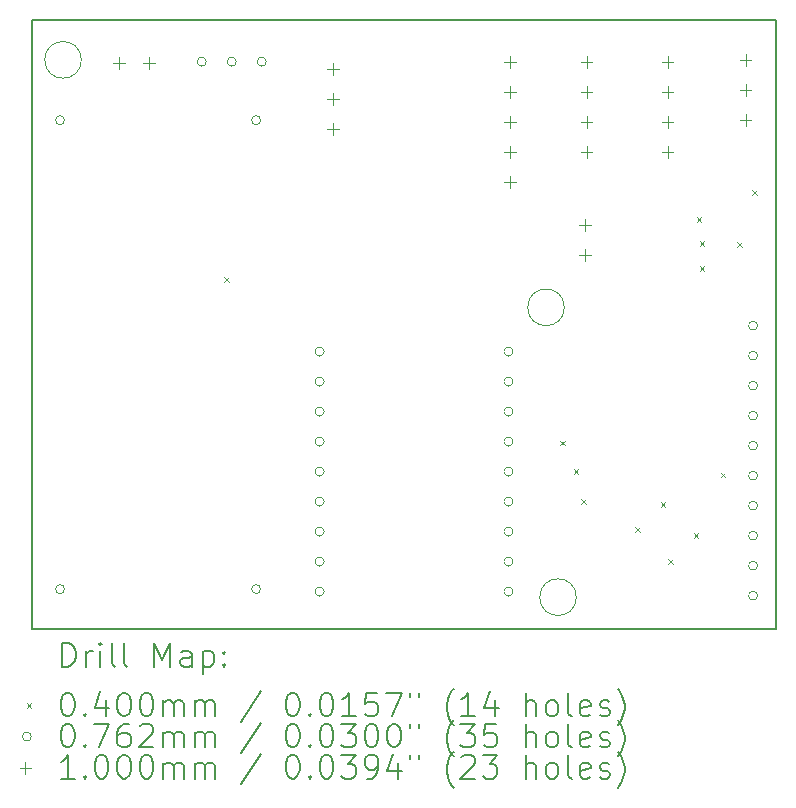
<source format=gbr>
%TF.GenerationSoftware,KiCad,Pcbnew,7.0.10*%
%TF.CreationDate,2024-08-15T01:47:56-04:00*%
%TF.ProjectId,Mainboard PCB,4d61696e-626f-4617-9264-205043422e6b,rev?*%
%TF.SameCoordinates,Original*%
%TF.FileFunction,Drillmap*%
%TF.FilePolarity,Positive*%
%FSLAX45Y45*%
G04 Gerber Fmt 4.5, Leading zero omitted, Abs format (unit mm)*
G04 Created by KiCad (PCBNEW 7.0.10) date 2024-08-15 01:47:56*
%MOMM*%
%LPD*%
G01*
G04 APERTURE LIST*
%ADD10C,0.150000*%
%ADD11C,0.100000*%
%ADD12C,0.200000*%
G04 APERTURE END LIST*
D10*
X1200000Y-1200000D02*
X7500000Y-1200000D01*
X7500000Y-6352300D01*
X1200000Y-6352300D01*
X1200000Y-1200000D01*
D11*
X5704923Y-3629577D02*
G75*
G03*
X5394877Y-3629577I-155023J0D01*
G01*
X5394877Y-3629577D02*
G75*
G03*
X5704923Y-3629577I155023J0D01*
G01*
X5806523Y-6083300D02*
G75*
G03*
X5496477Y-6083300I-155023J0D01*
G01*
X5496477Y-6083300D02*
G75*
G03*
X5806523Y-6083300I155023J0D01*
G01*
X1615523Y-1534077D02*
G75*
G03*
X1305477Y-1534077I-155023J0D01*
G01*
X1305477Y-1534077D02*
G75*
G03*
X1615523Y-1534077I155023J0D01*
G01*
D12*
D11*
X2824800Y-3370900D02*
X2864800Y-3410900D01*
X2864800Y-3370900D02*
X2824800Y-3410900D01*
X5666646Y-4758154D02*
X5706646Y-4798154D01*
X5706646Y-4758154D02*
X5666646Y-4798154D01*
X5783900Y-4996500D02*
X5823900Y-5036500D01*
X5823900Y-4996500D02*
X5783900Y-5036500D01*
X5847400Y-5250500D02*
X5887400Y-5290500D01*
X5887400Y-5250500D02*
X5847400Y-5290500D01*
X6304600Y-5491800D02*
X6344600Y-5531800D01*
X6344600Y-5491800D02*
X6304600Y-5531800D01*
X6520500Y-5275900D02*
X6560500Y-5315900D01*
X6560500Y-5275900D02*
X6520500Y-5315900D01*
X6584000Y-5758500D02*
X6624000Y-5798500D01*
X6624000Y-5758500D02*
X6584000Y-5798500D01*
X6799900Y-5542600D02*
X6839900Y-5582600D01*
X6839900Y-5542600D02*
X6799900Y-5582600D01*
X6825300Y-2862900D02*
X6865300Y-2902900D01*
X6865300Y-2862900D02*
X6825300Y-2902900D01*
X6850700Y-3066100D02*
X6890700Y-3106100D01*
X6890700Y-3066100D02*
X6850700Y-3106100D01*
X6850700Y-3282000D02*
X6890700Y-3322000D01*
X6890700Y-3282000D02*
X6850700Y-3322000D01*
X7028500Y-5028900D02*
X7068500Y-5068900D01*
X7068500Y-5028900D02*
X7028500Y-5068900D01*
X7168200Y-3078800D02*
X7208200Y-3118800D01*
X7208200Y-3078800D02*
X7168200Y-3118800D01*
X7295200Y-2634300D02*
X7335200Y-2674300D01*
X7335200Y-2634300D02*
X7295200Y-2674300D01*
X1473200Y-2044700D02*
G75*
G03*
X1397000Y-2044700I-38100J0D01*
G01*
X1397000Y-2044700D02*
G75*
G03*
X1473200Y-2044700I38100J0D01*
G01*
X1473200Y-6014700D02*
G75*
G03*
X1397000Y-6014700I-38100J0D01*
G01*
X1397000Y-6014700D02*
G75*
G03*
X1473200Y-6014700I38100J0D01*
G01*
X2672900Y-1548900D02*
G75*
G03*
X2596700Y-1548900I-38100J0D01*
G01*
X2596700Y-1548900D02*
G75*
G03*
X2672900Y-1548900I38100J0D01*
G01*
X2926900Y-1548900D02*
G75*
G03*
X2850700Y-1548900I-38100J0D01*
G01*
X2850700Y-1548900D02*
G75*
G03*
X2926900Y-1548900I38100J0D01*
G01*
X3133200Y-2044700D02*
G75*
G03*
X3057000Y-2044700I-38100J0D01*
G01*
X3057000Y-2044700D02*
G75*
G03*
X3133200Y-2044700I38100J0D01*
G01*
X3133200Y-6014700D02*
G75*
G03*
X3057000Y-6014700I-38100J0D01*
G01*
X3057000Y-6014700D02*
G75*
G03*
X3133200Y-6014700I38100J0D01*
G01*
X3180900Y-1548900D02*
G75*
G03*
X3104700Y-1548900I-38100J0D01*
G01*
X3104700Y-1548900D02*
G75*
G03*
X3180900Y-1548900I38100J0D01*
G01*
X3670400Y-4003400D02*
G75*
G03*
X3594200Y-4003400I-38100J0D01*
G01*
X3594200Y-4003400D02*
G75*
G03*
X3670400Y-4003400I38100J0D01*
G01*
X3670400Y-4257400D02*
G75*
G03*
X3594200Y-4257400I-38100J0D01*
G01*
X3594200Y-4257400D02*
G75*
G03*
X3670400Y-4257400I38100J0D01*
G01*
X3670400Y-4511400D02*
G75*
G03*
X3594200Y-4511400I-38100J0D01*
G01*
X3594200Y-4511400D02*
G75*
G03*
X3670400Y-4511400I38100J0D01*
G01*
X3670400Y-4765400D02*
G75*
G03*
X3594200Y-4765400I-38100J0D01*
G01*
X3594200Y-4765400D02*
G75*
G03*
X3670400Y-4765400I38100J0D01*
G01*
X3670400Y-5019400D02*
G75*
G03*
X3594200Y-5019400I-38100J0D01*
G01*
X3594200Y-5019400D02*
G75*
G03*
X3670400Y-5019400I38100J0D01*
G01*
X3670400Y-5273400D02*
G75*
G03*
X3594200Y-5273400I-38100J0D01*
G01*
X3594200Y-5273400D02*
G75*
G03*
X3670400Y-5273400I38100J0D01*
G01*
X3670400Y-5527400D02*
G75*
G03*
X3594200Y-5527400I-38100J0D01*
G01*
X3594200Y-5527400D02*
G75*
G03*
X3670400Y-5527400I38100J0D01*
G01*
X3670400Y-5781400D02*
G75*
G03*
X3594200Y-5781400I-38100J0D01*
G01*
X3594200Y-5781400D02*
G75*
G03*
X3670400Y-5781400I38100J0D01*
G01*
X3670400Y-6035400D02*
G75*
G03*
X3594200Y-6035400I-38100J0D01*
G01*
X3594200Y-6035400D02*
G75*
G03*
X3670400Y-6035400I38100J0D01*
G01*
X5270400Y-4003400D02*
G75*
G03*
X5194200Y-4003400I-38100J0D01*
G01*
X5194200Y-4003400D02*
G75*
G03*
X5270400Y-4003400I38100J0D01*
G01*
X5270400Y-4257400D02*
G75*
G03*
X5194200Y-4257400I-38100J0D01*
G01*
X5194200Y-4257400D02*
G75*
G03*
X5270400Y-4257400I38100J0D01*
G01*
X5270400Y-4511400D02*
G75*
G03*
X5194200Y-4511400I-38100J0D01*
G01*
X5194200Y-4511400D02*
G75*
G03*
X5270400Y-4511400I38100J0D01*
G01*
X5270400Y-4765400D02*
G75*
G03*
X5194200Y-4765400I-38100J0D01*
G01*
X5194200Y-4765400D02*
G75*
G03*
X5270400Y-4765400I38100J0D01*
G01*
X5270400Y-5019400D02*
G75*
G03*
X5194200Y-5019400I-38100J0D01*
G01*
X5194200Y-5019400D02*
G75*
G03*
X5270400Y-5019400I38100J0D01*
G01*
X5270400Y-5273400D02*
G75*
G03*
X5194200Y-5273400I-38100J0D01*
G01*
X5194200Y-5273400D02*
G75*
G03*
X5270400Y-5273400I38100J0D01*
G01*
X5270400Y-5527400D02*
G75*
G03*
X5194200Y-5527400I-38100J0D01*
G01*
X5194200Y-5527400D02*
G75*
G03*
X5270400Y-5527400I38100J0D01*
G01*
X5270400Y-5781400D02*
G75*
G03*
X5194200Y-5781400I-38100J0D01*
G01*
X5194200Y-5781400D02*
G75*
G03*
X5270400Y-5781400I38100J0D01*
G01*
X5270400Y-6035400D02*
G75*
G03*
X5194200Y-6035400I-38100J0D01*
G01*
X5194200Y-6035400D02*
G75*
G03*
X5270400Y-6035400I38100J0D01*
G01*
X7340600Y-3784600D02*
G75*
G03*
X7264400Y-3784600I-38100J0D01*
G01*
X7264400Y-3784600D02*
G75*
G03*
X7340600Y-3784600I38100J0D01*
G01*
X7340600Y-4038600D02*
G75*
G03*
X7264400Y-4038600I-38100J0D01*
G01*
X7264400Y-4038600D02*
G75*
G03*
X7340600Y-4038600I38100J0D01*
G01*
X7340600Y-4292600D02*
G75*
G03*
X7264400Y-4292600I-38100J0D01*
G01*
X7264400Y-4292600D02*
G75*
G03*
X7340600Y-4292600I38100J0D01*
G01*
X7340600Y-4546600D02*
G75*
G03*
X7264400Y-4546600I-38100J0D01*
G01*
X7264400Y-4546600D02*
G75*
G03*
X7340600Y-4546600I38100J0D01*
G01*
X7340600Y-4800600D02*
G75*
G03*
X7264400Y-4800600I-38100J0D01*
G01*
X7264400Y-4800600D02*
G75*
G03*
X7340600Y-4800600I38100J0D01*
G01*
X7340600Y-5054600D02*
G75*
G03*
X7264400Y-5054600I-38100J0D01*
G01*
X7264400Y-5054600D02*
G75*
G03*
X7340600Y-5054600I38100J0D01*
G01*
X7340600Y-5308600D02*
G75*
G03*
X7264400Y-5308600I-38100J0D01*
G01*
X7264400Y-5308600D02*
G75*
G03*
X7340600Y-5308600I38100J0D01*
G01*
X7340600Y-5562600D02*
G75*
G03*
X7264400Y-5562600I-38100J0D01*
G01*
X7264400Y-5562600D02*
G75*
G03*
X7340600Y-5562600I38100J0D01*
G01*
X7340600Y-5816600D02*
G75*
G03*
X7264400Y-5816600I-38100J0D01*
G01*
X7264400Y-5816600D02*
G75*
G03*
X7340600Y-5816600I38100J0D01*
G01*
X7340600Y-6070600D02*
G75*
G03*
X7264400Y-6070600I-38100J0D01*
G01*
X7264400Y-6070600D02*
G75*
G03*
X7340600Y-6070600I38100J0D01*
G01*
X1934300Y-1514100D02*
X1934300Y-1614100D01*
X1884300Y-1564100D02*
X1984300Y-1564100D01*
X2188300Y-1514100D02*
X2188300Y-1614100D01*
X2138300Y-1564100D02*
X2238300Y-1564100D01*
X3746500Y-1562900D02*
X3746500Y-1662900D01*
X3696500Y-1612900D02*
X3796500Y-1612900D01*
X3746500Y-1816900D02*
X3746500Y-1916900D01*
X3696500Y-1866900D02*
X3796500Y-1866900D01*
X3746500Y-2070900D02*
X3746500Y-2170900D01*
X3696500Y-2120900D02*
X3796500Y-2120900D01*
X5245100Y-1499400D02*
X5245100Y-1599400D01*
X5195100Y-1549400D02*
X5295100Y-1549400D01*
X5245100Y-1753400D02*
X5245100Y-1853400D01*
X5195100Y-1803400D02*
X5295100Y-1803400D01*
X5245100Y-2007400D02*
X5245100Y-2107400D01*
X5195100Y-2057400D02*
X5295100Y-2057400D01*
X5245100Y-2261400D02*
X5245100Y-2361400D01*
X5195100Y-2311400D02*
X5295100Y-2311400D01*
X5245100Y-2515400D02*
X5245100Y-2615400D01*
X5195100Y-2565400D02*
X5295100Y-2565400D01*
X5882600Y-2885700D02*
X5882600Y-2985700D01*
X5832600Y-2935700D02*
X5932600Y-2935700D01*
X5882600Y-3139700D02*
X5882600Y-3239700D01*
X5832600Y-3189700D02*
X5932600Y-3189700D01*
X5892800Y-1499400D02*
X5892800Y-1599400D01*
X5842800Y-1549400D02*
X5942800Y-1549400D01*
X5892800Y-1753400D02*
X5892800Y-1853400D01*
X5842800Y-1803400D02*
X5942800Y-1803400D01*
X5892800Y-2007400D02*
X5892800Y-2107400D01*
X5842800Y-2057400D02*
X5942800Y-2057400D01*
X5892800Y-2261400D02*
X5892800Y-2361400D01*
X5842800Y-2311400D02*
X5942800Y-2311400D01*
X6578600Y-1499400D02*
X6578600Y-1599400D01*
X6528600Y-1549400D02*
X6628600Y-1549400D01*
X6578600Y-1753400D02*
X6578600Y-1853400D01*
X6528600Y-1803400D02*
X6628600Y-1803400D01*
X6578600Y-2007400D02*
X6578600Y-2107400D01*
X6528600Y-2057400D02*
X6628600Y-2057400D01*
X6578600Y-2261400D02*
X6578600Y-2361400D01*
X6528600Y-2311400D02*
X6628600Y-2311400D01*
X7239000Y-1486700D02*
X7239000Y-1586700D01*
X7189000Y-1536700D02*
X7289000Y-1536700D01*
X7239000Y-1740700D02*
X7239000Y-1840700D01*
X7189000Y-1790700D02*
X7289000Y-1790700D01*
X7239000Y-1994700D02*
X7239000Y-2094700D01*
X7189000Y-2044700D02*
X7289000Y-2044700D01*
D12*
X1453277Y-6671284D02*
X1453277Y-6471284D01*
X1453277Y-6471284D02*
X1500896Y-6471284D01*
X1500896Y-6471284D02*
X1529467Y-6480808D01*
X1529467Y-6480808D02*
X1548515Y-6499855D01*
X1548515Y-6499855D02*
X1558039Y-6518903D01*
X1558039Y-6518903D02*
X1567562Y-6556998D01*
X1567562Y-6556998D02*
X1567562Y-6585569D01*
X1567562Y-6585569D02*
X1558039Y-6623665D01*
X1558039Y-6623665D02*
X1548515Y-6642712D01*
X1548515Y-6642712D02*
X1529467Y-6661760D01*
X1529467Y-6661760D02*
X1500896Y-6671284D01*
X1500896Y-6671284D02*
X1453277Y-6671284D01*
X1653277Y-6671284D02*
X1653277Y-6537950D01*
X1653277Y-6576046D02*
X1662801Y-6556998D01*
X1662801Y-6556998D02*
X1672324Y-6547474D01*
X1672324Y-6547474D02*
X1691372Y-6537950D01*
X1691372Y-6537950D02*
X1710420Y-6537950D01*
X1777086Y-6671284D02*
X1777086Y-6537950D01*
X1777086Y-6471284D02*
X1767562Y-6480808D01*
X1767562Y-6480808D02*
X1777086Y-6490331D01*
X1777086Y-6490331D02*
X1786610Y-6480808D01*
X1786610Y-6480808D02*
X1777086Y-6471284D01*
X1777086Y-6471284D02*
X1777086Y-6490331D01*
X1900896Y-6671284D02*
X1881848Y-6661760D01*
X1881848Y-6661760D02*
X1872324Y-6642712D01*
X1872324Y-6642712D02*
X1872324Y-6471284D01*
X2005658Y-6671284D02*
X1986610Y-6661760D01*
X1986610Y-6661760D02*
X1977086Y-6642712D01*
X1977086Y-6642712D02*
X1977086Y-6471284D01*
X2234229Y-6671284D02*
X2234229Y-6471284D01*
X2234229Y-6471284D02*
X2300896Y-6614141D01*
X2300896Y-6614141D02*
X2367563Y-6471284D01*
X2367563Y-6471284D02*
X2367563Y-6671284D01*
X2548515Y-6671284D02*
X2548515Y-6566522D01*
X2548515Y-6566522D02*
X2538991Y-6547474D01*
X2538991Y-6547474D02*
X2519944Y-6537950D01*
X2519944Y-6537950D02*
X2481848Y-6537950D01*
X2481848Y-6537950D02*
X2462801Y-6547474D01*
X2548515Y-6661760D02*
X2529467Y-6671284D01*
X2529467Y-6671284D02*
X2481848Y-6671284D01*
X2481848Y-6671284D02*
X2462801Y-6661760D01*
X2462801Y-6661760D02*
X2453277Y-6642712D01*
X2453277Y-6642712D02*
X2453277Y-6623665D01*
X2453277Y-6623665D02*
X2462801Y-6604617D01*
X2462801Y-6604617D02*
X2481848Y-6595093D01*
X2481848Y-6595093D02*
X2529467Y-6595093D01*
X2529467Y-6595093D02*
X2548515Y-6585569D01*
X2643753Y-6537950D02*
X2643753Y-6737950D01*
X2643753Y-6547474D02*
X2662801Y-6537950D01*
X2662801Y-6537950D02*
X2700896Y-6537950D01*
X2700896Y-6537950D02*
X2719944Y-6547474D01*
X2719944Y-6547474D02*
X2729467Y-6556998D01*
X2729467Y-6556998D02*
X2738991Y-6576046D01*
X2738991Y-6576046D02*
X2738991Y-6633188D01*
X2738991Y-6633188D02*
X2729467Y-6652236D01*
X2729467Y-6652236D02*
X2719944Y-6661760D01*
X2719944Y-6661760D02*
X2700896Y-6671284D01*
X2700896Y-6671284D02*
X2662801Y-6671284D01*
X2662801Y-6671284D02*
X2643753Y-6661760D01*
X2824705Y-6652236D02*
X2834229Y-6661760D01*
X2834229Y-6661760D02*
X2824705Y-6671284D01*
X2824705Y-6671284D02*
X2815182Y-6661760D01*
X2815182Y-6661760D02*
X2824705Y-6652236D01*
X2824705Y-6652236D02*
X2824705Y-6671284D01*
X2824705Y-6547474D02*
X2834229Y-6556998D01*
X2834229Y-6556998D02*
X2824705Y-6566522D01*
X2824705Y-6566522D02*
X2815182Y-6556998D01*
X2815182Y-6556998D02*
X2824705Y-6547474D01*
X2824705Y-6547474D02*
X2824705Y-6566522D01*
D11*
X1152500Y-6979800D02*
X1192500Y-7019800D01*
X1192500Y-6979800D02*
X1152500Y-7019800D01*
D12*
X1491372Y-6891284D02*
X1510420Y-6891284D01*
X1510420Y-6891284D02*
X1529467Y-6900808D01*
X1529467Y-6900808D02*
X1538991Y-6910331D01*
X1538991Y-6910331D02*
X1548515Y-6929379D01*
X1548515Y-6929379D02*
X1558039Y-6967474D01*
X1558039Y-6967474D02*
X1558039Y-7015093D01*
X1558039Y-7015093D02*
X1548515Y-7053188D01*
X1548515Y-7053188D02*
X1538991Y-7072236D01*
X1538991Y-7072236D02*
X1529467Y-7081760D01*
X1529467Y-7081760D02*
X1510420Y-7091284D01*
X1510420Y-7091284D02*
X1491372Y-7091284D01*
X1491372Y-7091284D02*
X1472324Y-7081760D01*
X1472324Y-7081760D02*
X1462801Y-7072236D01*
X1462801Y-7072236D02*
X1453277Y-7053188D01*
X1453277Y-7053188D02*
X1443753Y-7015093D01*
X1443753Y-7015093D02*
X1443753Y-6967474D01*
X1443753Y-6967474D02*
X1453277Y-6929379D01*
X1453277Y-6929379D02*
X1462801Y-6910331D01*
X1462801Y-6910331D02*
X1472324Y-6900808D01*
X1472324Y-6900808D02*
X1491372Y-6891284D01*
X1643753Y-7072236D02*
X1653277Y-7081760D01*
X1653277Y-7081760D02*
X1643753Y-7091284D01*
X1643753Y-7091284D02*
X1634229Y-7081760D01*
X1634229Y-7081760D02*
X1643753Y-7072236D01*
X1643753Y-7072236D02*
X1643753Y-7091284D01*
X1824705Y-6957950D02*
X1824705Y-7091284D01*
X1777086Y-6881760D02*
X1729467Y-7024617D01*
X1729467Y-7024617D02*
X1853277Y-7024617D01*
X1967562Y-6891284D02*
X1986610Y-6891284D01*
X1986610Y-6891284D02*
X2005658Y-6900808D01*
X2005658Y-6900808D02*
X2015182Y-6910331D01*
X2015182Y-6910331D02*
X2024705Y-6929379D01*
X2024705Y-6929379D02*
X2034229Y-6967474D01*
X2034229Y-6967474D02*
X2034229Y-7015093D01*
X2034229Y-7015093D02*
X2024705Y-7053188D01*
X2024705Y-7053188D02*
X2015182Y-7072236D01*
X2015182Y-7072236D02*
X2005658Y-7081760D01*
X2005658Y-7081760D02*
X1986610Y-7091284D01*
X1986610Y-7091284D02*
X1967562Y-7091284D01*
X1967562Y-7091284D02*
X1948515Y-7081760D01*
X1948515Y-7081760D02*
X1938991Y-7072236D01*
X1938991Y-7072236D02*
X1929467Y-7053188D01*
X1929467Y-7053188D02*
X1919943Y-7015093D01*
X1919943Y-7015093D02*
X1919943Y-6967474D01*
X1919943Y-6967474D02*
X1929467Y-6929379D01*
X1929467Y-6929379D02*
X1938991Y-6910331D01*
X1938991Y-6910331D02*
X1948515Y-6900808D01*
X1948515Y-6900808D02*
X1967562Y-6891284D01*
X2158039Y-6891284D02*
X2177086Y-6891284D01*
X2177086Y-6891284D02*
X2196134Y-6900808D01*
X2196134Y-6900808D02*
X2205658Y-6910331D01*
X2205658Y-6910331D02*
X2215182Y-6929379D01*
X2215182Y-6929379D02*
X2224705Y-6967474D01*
X2224705Y-6967474D02*
X2224705Y-7015093D01*
X2224705Y-7015093D02*
X2215182Y-7053188D01*
X2215182Y-7053188D02*
X2205658Y-7072236D01*
X2205658Y-7072236D02*
X2196134Y-7081760D01*
X2196134Y-7081760D02*
X2177086Y-7091284D01*
X2177086Y-7091284D02*
X2158039Y-7091284D01*
X2158039Y-7091284D02*
X2138991Y-7081760D01*
X2138991Y-7081760D02*
X2129467Y-7072236D01*
X2129467Y-7072236D02*
X2119944Y-7053188D01*
X2119944Y-7053188D02*
X2110420Y-7015093D01*
X2110420Y-7015093D02*
X2110420Y-6967474D01*
X2110420Y-6967474D02*
X2119944Y-6929379D01*
X2119944Y-6929379D02*
X2129467Y-6910331D01*
X2129467Y-6910331D02*
X2138991Y-6900808D01*
X2138991Y-6900808D02*
X2158039Y-6891284D01*
X2310420Y-7091284D02*
X2310420Y-6957950D01*
X2310420Y-6976998D02*
X2319944Y-6967474D01*
X2319944Y-6967474D02*
X2338991Y-6957950D01*
X2338991Y-6957950D02*
X2367563Y-6957950D01*
X2367563Y-6957950D02*
X2386610Y-6967474D01*
X2386610Y-6967474D02*
X2396134Y-6986522D01*
X2396134Y-6986522D02*
X2396134Y-7091284D01*
X2396134Y-6986522D02*
X2405658Y-6967474D01*
X2405658Y-6967474D02*
X2424705Y-6957950D01*
X2424705Y-6957950D02*
X2453277Y-6957950D01*
X2453277Y-6957950D02*
X2472325Y-6967474D01*
X2472325Y-6967474D02*
X2481848Y-6986522D01*
X2481848Y-6986522D02*
X2481848Y-7091284D01*
X2577086Y-7091284D02*
X2577086Y-6957950D01*
X2577086Y-6976998D02*
X2586610Y-6967474D01*
X2586610Y-6967474D02*
X2605658Y-6957950D01*
X2605658Y-6957950D02*
X2634229Y-6957950D01*
X2634229Y-6957950D02*
X2653277Y-6967474D01*
X2653277Y-6967474D02*
X2662801Y-6986522D01*
X2662801Y-6986522D02*
X2662801Y-7091284D01*
X2662801Y-6986522D02*
X2672325Y-6967474D01*
X2672325Y-6967474D02*
X2691372Y-6957950D01*
X2691372Y-6957950D02*
X2719944Y-6957950D01*
X2719944Y-6957950D02*
X2738991Y-6967474D01*
X2738991Y-6967474D02*
X2748515Y-6986522D01*
X2748515Y-6986522D02*
X2748515Y-7091284D01*
X3138991Y-6881760D02*
X2967563Y-7138903D01*
X3396134Y-6891284D02*
X3415182Y-6891284D01*
X3415182Y-6891284D02*
X3434229Y-6900808D01*
X3434229Y-6900808D02*
X3443753Y-6910331D01*
X3443753Y-6910331D02*
X3453277Y-6929379D01*
X3453277Y-6929379D02*
X3462801Y-6967474D01*
X3462801Y-6967474D02*
X3462801Y-7015093D01*
X3462801Y-7015093D02*
X3453277Y-7053188D01*
X3453277Y-7053188D02*
X3443753Y-7072236D01*
X3443753Y-7072236D02*
X3434229Y-7081760D01*
X3434229Y-7081760D02*
X3415182Y-7091284D01*
X3415182Y-7091284D02*
X3396134Y-7091284D01*
X3396134Y-7091284D02*
X3377086Y-7081760D01*
X3377086Y-7081760D02*
X3367563Y-7072236D01*
X3367563Y-7072236D02*
X3358039Y-7053188D01*
X3358039Y-7053188D02*
X3348515Y-7015093D01*
X3348515Y-7015093D02*
X3348515Y-6967474D01*
X3348515Y-6967474D02*
X3358039Y-6929379D01*
X3358039Y-6929379D02*
X3367563Y-6910331D01*
X3367563Y-6910331D02*
X3377086Y-6900808D01*
X3377086Y-6900808D02*
X3396134Y-6891284D01*
X3548515Y-7072236D02*
X3558039Y-7081760D01*
X3558039Y-7081760D02*
X3548515Y-7091284D01*
X3548515Y-7091284D02*
X3538991Y-7081760D01*
X3538991Y-7081760D02*
X3548515Y-7072236D01*
X3548515Y-7072236D02*
X3548515Y-7091284D01*
X3681848Y-6891284D02*
X3700896Y-6891284D01*
X3700896Y-6891284D02*
X3719944Y-6900808D01*
X3719944Y-6900808D02*
X3729467Y-6910331D01*
X3729467Y-6910331D02*
X3738991Y-6929379D01*
X3738991Y-6929379D02*
X3748515Y-6967474D01*
X3748515Y-6967474D02*
X3748515Y-7015093D01*
X3748515Y-7015093D02*
X3738991Y-7053188D01*
X3738991Y-7053188D02*
X3729467Y-7072236D01*
X3729467Y-7072236D02*
X3719944Y-7081760D01*
X3719944Y-7081760D02*
X3700896Y-7091284D01*
X3700896Y-7091284D02*
X3681848Y-7091284D01*
X3681848Y-7091284D02*
X3662801Y-7081760D01*
X3662801Y-7081760D02*
X3653277Y-7072236D01*
X3653277Y-7072236D02*
X3643753Y-7053188D01*
X3643753Y-7053188D02*
X3634229Y-7015093D01*
X3634229Y-7015093D02*
X3634229Y-6967474D01*
X3634229Y-6967474D02*
X3643753Y-6929379D01*
X3643753Y-6929379D02*
X3653277Y-6910331D01*
X3653277Y-6910331D02*
X3662801Y-6900808D01*
X3662801Y-6900808D02*
X3681848Y-6891284D01*
X3938991Y-7091284D02*
X3824706Y-7091284D01*
X3881848Y-7091284D02*
X3881848Y-6891284D01*
X3881848Y-6891284D02*
X3862801Y-6919855D01*
X3862801Y-6919855D02*
X3843753Y-6938903D01*
X3843753Y-6938903D02*
X3824706Y-6948427D01*
X4119944Y-6891284D02*
X4024706Y-6891284D01*
X4024706Y-6891284D02*
X4015182Y-6986522D01*
X4015182Y-6986522D02*
X4024706Y-6976998D01*
X4024706Y-6976998D02*
X4043753Y-6967474D01*
X4043753Y-6967474D02*
X4091372Y-6967474D01*
X4091372Y-6967474D02*
X4110420Y-6976998D01*
X4110420Y-6976998D02*
X4119944Y-6986522D01*
X4119944Y-6986522D02*
X4129467Y-7005569D01*
X4129467Y-7005569D02*
X4129467Y-7053188D01*
X4129467Y-7053188D02*
X4119944Y-7072236D01*
X4119944Y-7072236D02*
X4110420Y-7081760D01*
X4110420Y-7081760D02*
X4091372Y-7091284D01*
X4091372Y-7091284D02*
X4043753Y-7091284D01*
X4043753Y-7091284D02*
X4024706Y-7081760D01*
X4024706Y-7081760D02*
X4015182Y-7072236D01*
X4196134Y-6891284D02*
X4329468Y-6891284D01*
X4329468Y-6891284D02*
X4243753Y-7091284D01*
X4396134Y-6891284D02*
X4396134Y-6929379D01*
X4472325Y-6891284D02*
X4472325Y-6929379D01*
X4767563Y-7167474D02*
X4758039Y-7157950D01*
X4758039Y-7157950D02*
X4738991Y-7129379D01*
X4738991Y-7129379D02*
X4729468Y-7110331D01*
X4729468Y-7110331D02*
X4719944Y-7081760D01*
X4719944Y-7081760D02*
X4710420Y-7034141D01*
X4710420Y-7034141D02*
X4710420Y-6996046D01*
X4710420Y-6996046D02*
X4719944Y-6948427D01*
X4719944Y-6948427D02*
X4729468Y-6919855D01*
X4729468Y-6919855D02*
X4738991Y-6900808D01*
X4738991Y-6900808D02*
X4758039Y-6872236D01*
X4758039Y-6872236D02*
X4767563Y-6862712D01*
X4948515Y-7091284D02*
X4834230Y-7091284D01*
X4891372Y-7091284D02*
X4891372Y-6891284D01*
X4891372Y-6891284D02*
X4872325Y-6919855D01*
X4872325Y-6919855D02*
X4853277Y-6938903D01*
X4853277Y-6938903D02*
X4834230Y-6948427D01*
X5119944Y-6957950D02*
X5119944Y-7091284D01*
X5072325Y-6881760D02*
X5024706Y-7024617D01*
X5024706Y-7024617D02*
X5148515Y-7024617D01*
X5377087Y-7091284D02*
X5377087Y-6891284D01*
X5462801Y-7091284D02*
X5462801Y-6986522D01*
X5462801Y-6986522D02*
X5453277Y-6967474D01*
X5453277Y-6967474D02*
X5434230Y-6957950D01*
X5434230Y-6957950D02*
X5405658Y-6957950D01*
X5405658Y-6957950D02*
X5386611Y-6967474D01*
X5386611Y-6967474D02*
X5377087Y-6976998D01*
X5586611Y-7091284D02*
X5567563Y-7081760D01*
X5567563Y-7081760D02*
X5558039Y-7072236D01*
X5558039Y-7072236D02*
X5548515Y-7053188D01*
X5548515Y-7053188D02*
X5548515Y-6996046D01*
X5548515Y-6996046D02*
X5558039Y-6976998D01*
X5558039Y-6976998D02*
X5567563Y-6967474D01*
X5567563Y-6967474D02*
X5586611Y-6957950D01*
X5586611Y-6957950D02*
X5615182Y-6957950D01*
X5615182Y-6957950D02*
X5634230Y-6967474D01*
X5634230Y-6967474D02*
X5643753Y-6976998D01*
X5643753Y-6976998D02*
X5653277Y-6996046D01*
X5653277Y-6996046D02*
X5653277Y-7053188D01*
X5653277Y-7053188D02*
X5643753Y-7072236D01*
X5643753Y-7072236D02*
X5634230Y-7081760D01*
X5634230Y-7081760D02*
X5615182Y-7091284D01*
X5615182Y-7091284D02*
X5586611Y-7091284D01*
X5767563Y-7091284D02*
X5748515Y-7081760D01*
X5748515Y-7081760D02*
X5738991Y-7062712D01*
X5738991Y-7062712D02*
X5738991Y-6891284D01*
X5919944Y-7081760D02*
X5900896Y-7091284D01*
X5900896Y-7091284D02*
X5862801Y-7091284D01*
X5862801Y-7091284D02*
X5843753Y-7081760D01*
X5843753Y-7081760D02*
X5834230Y-7062712D01*
X5834230Y-7062712D02*
X5834230Y-6986522D01*
X5834230Y-6986522D02*
X5843753Y-6967474D01*
X5843753Y-6967474D02*
X5862801Y-6957950D01*
X5862801Y-6957950D02*
X5900896Y-6957950D01*
X5900896Y-6957950D02*
X5919944Y-6967474D01*
X5919944Y-6967474D02*
X5929468Y-6986522D01*
X5929468Y-6986522D02*
X5929468Y-7005569D01*
X5929468Y-7005569D02*
X5834230Y-7024617D01*
X6005658Y-7081760D02*
X6024706Y-7091284D01*
X6024706Y-7091284D02*
X6062801Y-7091284D01*
X6062801Y-7091284D02*
X6081849Y-7081760D01*
X6081849Y-7081760D02*
X6091372Y-7062712D01*
X6091372Y-7062712D02*
X6091372Y-7053188D01*
X6091372Y-7053188D02*
X6081849Y-7034141D01*
X6081849Y-7034141D02*
X6062801Y-7024617D01*
X6062801Y-7024617D02*
X6034230Y-7024617D01*
X6034230Y-7024617D02*
X6015182Y-7015093D01*
X6015182Y-7015093D02*
X6005658Y-6996046D01*
X6005658Y-6996046D02*
X6005658Y-6986522D01*
X6005658Y-6986522D02*
X6015182Y-6967474D01*
X6015182Y-6967474D02*
X6034230Y-6957950D01*
X6034230Y-6957950D02*
X6062801Y-6957950D01*
X6062801Y-6957950D02*
X6081849Y-6967474D01*
X6158039Y-7167474D02*
X6167563Y-7157950D01*
X6167563Y-7157950D02*
X6186611Y-7129379D01*
X6186611Y-7129379D02*
X6196134Y-7110331D01*
X6196134Y-7110331D02*
X6205658Y-7081760D01*
X6205658Y-7081760D02*
X6215182Y-7034141D01*
X6215182Y-7034141D02*
X6215182Y-6996046D01*
X6215182Y-6996046D02*
X6205658Y-6948427D01*
X6205658Y-6948427D02*
X6196134Y-6919855D01*
X6196134Y-6919855D02*
X6186611Y-6900808D01*
X6186611Y-6900808D02*
X6167563Y-6872236D01*
X6167563Y-6872236D02*
X6158039Y-6862712D01*
D11*
X1192500Y-7263800D02*
G75*
G03*
X1116300Y-7263800I-38100J0D01*
G01*
X1116300Y-7263800D02*
G75*
G03*
X1192500Y-7263800I38100J0D01*
G01*
D12*
X1491372Y-7155284D02*
X1510420Y-7155284D01*
X1510420Y-7155284D02*
X1529467Y-7164808D01*
X1529467Y-7164808D02*
X1538991Y-7174331D01*
X1538991Y-7174331D02*
X1548515Y-7193379D01*
X1548515Y-7193379D02*
X1558039Y-7231474D01*
X1558039Y-7231474D02*
X1558039Y-7279093D01*
X1558039Y-7279093D02*
X1548515Y-7317188D01*
X1548515Y-7317188D02*
X1538991Y-7336236D01*
X1538991Y-7336236D02*
X1529467Y-7345760D01*
X1529467Y-7345760D02*
X1510420Y-7355284D01*
X1510420Y-7355284D02*
X1491372Y-7355284D01*
X1491372Y-7355284D02*
X1472324Y-7345760D01*
X1472324Y-7345760D02*
X1462801Y-7336236D01*
X1462801Y-7336236D02*
X1453277Y-7317188D01*
X1453277Y-7317188D02*
X1443753Y-7279093D01*
X1443753Y-7279093D02*
X1443753Y-7231474D01*
X1443753Y-7231474D02*
X1453277Y-7193379D01*
X1453277Y-7193379D02*
X1462801Y-7174331D01*
X1462801Y-7174331D02*
X1472324Y-7164808D01*
X1472324Y-7164808D02*
X1491372Y-7155284D01*
X1643753Y-7336236D02*
X1653277Y-7345760D01*
X1653277Y-7345760D02*
X1643753Y-7355284D01*
X1643753Y-7355284D02*
X1634229Y-7345760D01*
X1634229Y-7345760D02*
X1643753Y-7336236D01*
X1643753Y-7336236D02*
X1643753Y-7355284D01*
X1719943Y-7155284D02*
X1853277Y-7155284D01*
X1853277Y-7155284D02*
X1767562Y-7355284D01*
X2015182Y-7155284D02*
X1977086Y-7155284D01*
X1977086Y-7155284D02*
X1958039Y-7164808D01*
X1958039Y-7164808D02*
X1948515Y-7174331D01*
X1948515Y-7174331D02*
X1929467Y-7202903D01*
X1929467Y-7202903D02*
X1919943Y-7240998D01*
X1919943Y-7240998D02*
X1919943Y-7317188D01*
X1919943Y-7317188D02*
X1929467Y-7336236D01*
X1929467Y-7336236D02*
X1938991Y-7345760D01*
X1938991Y-7345760D02*
X1958039Y-7355284D01*
X1958039Y-7355284D02*
X1996134Y-7355284D01*
X1996134Y-7355284D02*
X2015182Y-7345760D01*
X2015182Y-7345760D02*
X2024705Y-7336236D01*
X2024705Y-7336236D02*
X2034229Y-7317188D01*
X2034229Y-7317188D02*
X2034229Y-7269569D01*
X2034229Y-7269569D02*
X2024705Y-7250522D01*
X2024705Y-7250522D02*
X2015182Y-7240998D01*
X2015182Y-7240998D02*
X1996134Y-7231474D01*
X1996134Y-7231474D02*
X1958039Y-7231474D01*
X1958039Y-7231474D02*
X1938991Y-7240998D01*
X1938991Y-7240998D02*
X1929467Y-7250522D01*
X1929467Y-7250522D02*
X1919943Y-7269569D01*
X2110420Y-7174331D02*
X2119944Y-7164808D01*
X2119944Y-7164808D02*
X2138991Y-7155284D01*
X2138991Y-7155284D02*
X2186610Y-7155284D01*
X2186610Y-7155284D02*
X2205658Y-7164808D01*
X2205658Y-7164808D02*
X2215182Y-7174331D01*
X2215182Y-7174331D02*
X2224705Y-7193379D01*
X2224705Y-7193379D02*
X2224705Y-7212427D01*
X2224705Y-7212427D02*
X2215182Y-7240998D01*
X2215182Y-7240998D02*
X2100896Y-7355284D01*
X2100896Y-7355284D02*
X2224705Y-7355284D01*
X2310420Y-7355284D02*
X2310420Y-7221950D01*
X2310420Y-7240998D02*
X2319944Y-7231474D01*
X2319944Y-7231474D02*
X2338991Y-7221950D01*
X2338991Y-7221950D02*
X2367563Y-7221950D01*
X2367563Y-7221950D02*
X2386610Y-7231474D01*
X2386610Y-7231474D02*
X2396134Y-7250522D01*
X2396134Y-7250522D02*
X2396134Y-7355284D01*
X2396134Y-7250522D02*
X2405658Y-7231474D01*
X2405658Y-7231474D02*
X2424705Y-7221950D01*
X2424705Y-7221950D02*
X2453277Y-7221950D01*
X2453277Y-7221950D02*
X2472325Y-7231474D01*
X2472325Y-7231474D02*
X2481848Y-7250522D01*
X2481848Y-7250522D02*
X2481848Y-7355284D01*
X2577086Y-7355284D02*
X2577086Y-7221950D01*
X2577086Y-7240998D02*
X2586610Y-7231474D01*
X2586610Y-7231474D02*
X2605658Y-7221950D01*
X2605658Y-7221950D02*
X2634229Y-7221950D01*
X2634229Y-7221950D02*
X2653277Y-7231474D01*
X2653277Y-7231474D02*
X2662801Y-7250522D01*
X2662801Y-7250522D02*
X2662801Y-7355284D01*
X2662801Y-7250522D02*
X2672325Y-7231474D01*
X2672325Y-7231474D02*
X2691372Y-7221950D01*
X2691372Y-7221950D02*
X2719944Y-7221950D01*
X2719944Y-7221950D02*
X2738991Y-7231474D01*
X2738991Y-7231474D02*
X2748515Y-7250522D01*
X2748515Y-7250522D02*
X2748515Y-7355284D01*
X3138991Y-7145760D02*
X2967563Y-7402903D01*
X3396134Y-7155284D02*
X3415182Y-7155284D01*
X3415182Y-7155284D02*
X3434229Y-7164808D01*
X3434229Y-7164808D02*
X3443753Y-7174331D01*
X3443753Y-7174331D02*
X3453277Y-7193379D01*
X3453277Y-7193379D02*
X3462801Y-7231474D01*
X3462801Y-7231474D02*
X3462801Y-7279093D01*
X3462801Y-7279093D02*
X3453277Y-7317188D01*
X3453277Y-7317188D02*
X3443753Y-7336236D01*
X3443753Y-7336236D02*
X3434229Y-7345760D01*
X3434229Y-7345760D02*
X3415182Y-7355284D01*
X3415182Y-7355284D02*
X3396134Y-7355284D01*
X3396134Y-7355284D02*
X3377086Y-7345760D01*
X3377086Y-7345760D02*
X3367563Y-7336236D01*
X3367563Y-7336236D02*
X3358039Y-7317188D01*
X3358039Y-7317188D02*
X3348515Y-7279093D01*
X3348515Y-7279093D02*
X3348515Y-7231474D01*
X3348515Y-7231474D02*
X3358039Y-7193379D01*
X3358039Y-7193379D02*
X3367563Y-7174331D01*
X3367563Y-7174331D02*
X3377086Y-7164808D01*
X3377086Y-7164808D02*
X3396134Y-7155284D01*
X3548515Y-7336236D02*
X3558039Y-7345760D01*
X3558039Y-7345760D02*
X3548515Y-7355284D01*
X3548515Y-7355284D02*
X3538991Y-7345760D01*
X3538991Y-7345760D02*
X3548515Y-7336236D01*
X3548515Y-7336236D02*
X3548515Y-7355284D01*
X3681848Y-7155284D02*
X3700896Y-7155284D01*
X3700896Y-7155284D02*
X3719944Y-7164808D01*
X3719944Y-7164808D02*
X3729467Y-7174331D01*
X3729467Y-7174331D02*
X3738991Y-7193379D01*
X3738991Y-7193379D02*
X3748515Y-7231474D01*
X3748515Y-7231474D02*
X3748515Y-7279093D01*
X3748515Y-7279093D02*
X3738991Y-7317188D01*
X3738991Y-7317188D02*
X3729467Y-7336236D01*
X3729467Y-7336236D02*
X3719944Y-7345760D01*
X3719944Y-7345760D02*
X3700896Y-7355284D01*
X3700896Y-7355284D02*
X3681848Y-7355284D01*
X3681848Y-7355284D02*
X3662801Y-7345760D01*
X3662801Y-7345760D02*
X3653277Y-7336236D01*
X3653277Y-7336236D02*
X3643753Y-7317188D01*
X3643753Y-7317188D02*
X3634229Y-7279093D01*
X3634229Y-7279093D02*
X3634229Y-7231474D01*
X3634229Y-7231474D02*
X3643753Y-7193379D01*
X3643753Y-7193379D02*
X3653277Y-7174331D01*
X3653277Y-7174331D02*
X3662801Y-7164808D01*
X3662801Y-7164808D02*
X3681848Y-7155284D01*
X3815182Y-7155284D02*
X3938991Y-7155284D01*
X3938991Y-7155284D02*
X3872325Y-7231474D01*
X3872325Y-7231474D02*
X3900896Y-7231474D01*
X3900896Y-7231474D02*
X3919944Y-7240998D01*
X3919944Y-7240998D02*
X3929467Y-7250522D01*
X3929467Y-7250522D02*
X3938991Y-7269569D01*
X3938991Y-7269569D02*
X3938991Y-7317188D01*
X3938991Y-7317188D02*
X3929467Y-7336236D01*
X3929467Y-7336236D02*
X3919944Y-7345760D01*
X3919944Y-7345760D02*
X3900896Y-7355284D01*
X3900896Y-7355284D02*
X3843753Y-7355284D01*
X3843753Y-7355284D02*
X3824706Y-7345760D01*
X3824706Y-7345760D02*
X3815182Y-7336236D01*
X4062801Y-7155284D02*
X4081848Y-7155284D01*
X4081848Y-7155284D02*
X4100896Y-7164808D01*
X4100896Y-7164808D02*
X4110420Y-7174331D01*
X4110420Y-7174331D02*
X4119944Y-7193379D01*
X4119944Y-7193379D02*
X4129467Y-7231474D01*
X4129467Y-7231474D02*
X4129467Y-7279093D01*
X4129467Y-7279093D02*
X4119944Y-7317188D01*
X4119944Y-7317188D02*
X4110420Y-7336236D01*
X4110420Y-7336236D02*
X4100896Y-7345760D01*
X4100896Y-7345760D02*
X4081848Y-7355284D01*
X4081848Y-7355284D02*
X4062801Y-7355284D01*
X4062801Y-7355284D02*
X4043753Y-7345760D01*
X4043753Y-7345760D02*
X4034229Y-7336236D01*
X4034229Y-7336236D02*
X4024706Y-7317188D01*
X4024706Y-7317188D02*
X4015182Y-7279093D01*
X4015182Y-7279093D02*
X4015182Y-7231474D01*
X4015182Y-7231474D02*
X4024706Y-7193379D01*
X4024706Y-7193379D02*
X4034229Y-7174331D01*
X4034229Y-7174331D02*
X4043753Y-7164808D01*
X4043753Y-7164808D02*
X4062801Y-7155284D01*
X4253277Y-7155284D02*
X4272325Y-7155284D01*
X4272325Y-7155284D02*
X4291372Y-7164808D01*
X4291372Y-7164808D02*
X4300896Y-7174331D01*
X4300896Y-7174331D02*
X4310420Y-7193379D01*
X4310420Y-7193379D02*
X4319944Y-7231474D01*
X4319944Y-7231474D02*
X4319944Y-7279093D01*
X4319944Y-7279093D02*
X4310420Y-7317188D01*
X4310420Y-7317188D02*
X4300896Y-7336236D01*
X4300896Y-7336236D02*
X4291372Y-7345760D01*
X4291372Y-7345760D02*
X4272325Y-7355284D01*
X4272325Y-7355284D02*
X4253277Y-7355284D01*
X4253277Y-7355284D02*
X4234229Y-7345760D01*
X4234229Y-7345760D02*
X4224706Y-7336236D01*
X4224706Y-7336236D02*
X4215182Y-7317188D01*
X4215182Y-7317188D02*
X4205658Y-7279093D01*
X4205658Y-7279093D02*
X4205658Y-7231474D01*
X4205658Y-7231474D02*
X4215182Y-7193379D01*
X4215182Y-7193379D02*
X4224706Y-7174331D01*
X4224706Y-7174331D02*
X4234229Y-7164808D01*
X4234229Y-7164808D02*
X4253277Y-7155284D01*
X4396134Y-7155284D02*
X4396134Y-7193379D01*
X4472325Y-7155284D02*
X4472325Y-7193379D01*
X4767563Y-7431474D02*
X4758039Y-7421950D01*
X4758039Y-7421950D02*
X4738991Y-7393379D01*
X4738991Y-7393379D02*
X4729468Y-7374331D01*
X4729468Y-7374331D02*
X4719944Y-7345760D01*
X4719944Y-7345760D02*
X4710420Y-7298141D01*
X4710420Y-7298141D02*
X4710420Y-7260046D01*
X4710420Y-7260046D02*
X4719944Y-7212427D01*
X4719944Y-7212427D02*
X4729468Y-7183855D01*
X4729468Y-7183855D02*
X4738991Y-7164808D01*
X4738991Y-7164808D02*
X4758039Y-7136236D01*
X4758039Y-7136236D02*
X4767563Y-7126712D01*
X4824706Y-7155284D02*
X4948515Y-7155284D01*
X4948515Y-7155284D02*
X4881849Y-7231474D01*
X4881849Y-7231474D02*
X4910420Y-7231474D01*
X4910420Y-7231474D02*
X4929468Y-7240998D01*
X4929468Y-7240998D02*
X4938991Y-7250522D01*
X4938991Y-7250522D02*
X4948515Y-7269569D01*
X4948515Y-7269569D02*
X4948515Y-7317188D01*
X4948515Y-7317188D02*
X4938991Y-7336236D01*
X4938991Y-7336236D02*
X4929468Y-7345760D01*
X4929468Y-7345760D02*
X4910420Y-7355284D01*
X4910420Y-7355284D02*
X4853277Y-7355284D01*
X4853277Y-7355284D02*
X4834230Y-7345760D01*
X4834230Y-7345760D02*
X4824706Y-7336236D01*
X5129468Y-7155284D02*
X5034230Y-7155284D01*
X5034230Y-7155284D02*
X5024706Y-7250522D01*
X5024706Y-7250522D02*
X5034230Y-7240998D01*
X5034230Y-7240998D02*
X5053277Y-7231474D01*
X5053277Y-7231474D02*
X5100896Y-7231474D01*
X5100896Y-7231474D02*
X5119944Y-7240998D01*
X5119944Y-7240998D02*
X5129468Y-7250522D01*
X5129468Y-7250522D02*
X5138991Y-7269569D01*
X5138991Y-7269569D02*
X5138991Y-7317188D01*
X5138991Y-7317188D02*
X5129468Y-7336236D01*
X5129468Y-7336236D02*
X5119944Y-7345760D01*
X5119944Y-7345760D02*
X5100896Y-7355284D01*
X5100896Y-7355284D02*
X5053277Y-7355284D01*
X5053277Y-7355284D02*
X5034230Y-7345760D01*
X5034230Y-7345760D02*
X5024706Y-7336236D01*
X5377087Y-7355284D02*
X5377087Y-7155284D01*
X5462801Y-7355284D02*
X5462801Y-7250522D01*
X5462801Y-7250522D02*
X5453277Y-7231474D01*
X5453277Y-7231474D02*
X5434230Y-7221950D01*
X5434230Y-7221950D02*
X5405658Y-7221950D01*
X5405658Y-7221950D02*
X5386611Y-7231474D01*
X5386611Y-7231474D02*
X5377087Y-7240998D01*
X5586611Y-7355284D02*
X5567563Y-7345760D01*
X5567563Y-7345760D02*
X5558039Y-7336236D01*
X5558039Y-7336236D02*
X5548515Y-7317188D01*
X5548515Y-7317188D02*
X5548515Y-7260046D01*
X5548515Y-7260046D02*
X5558039Y-7240998D01*
X5558039Y-7240998D02*
X5567563Y-7231474D01*
X5567563Y-7231474D02*
X5586611Y-7221950D01*
X5586611Y-7221950D02*
X5615182Y-7221950D01*
X5615182Y-7221950D02*
X5634230Y-7231474D01*
X5634230Y-7231474D02*
X5643753Y-7240998D01*
X5643753Y-7240998D02*
X5653277Y-7260046D01*
X5653277Y-7260046D02*
X5653277Y-7317188D01*
X5653277Y-7317188D02*
X5643753Y-7336236D01*
X5643753Y-7336236D02*
X5634230Y-7345760D01*
X5634230Y-7345760D02*
X5615182Y-7355284D01*
X5615182Y-7355284D02*
X5586611Y-7355284D01*
X5767563Y-7355284D02*
X5748515Y-7345760D01*
X5748515Y-7345760D02*
X5738991Y-7326712D01*
X5738991Y-7326712D02*
X5738991Y-7155284D01*
X5919944Y-7345760D02*
X5900896Y-7355284D01*
X5900896Y-7355284D02*
X5862801Y-7355284D01*
X5862801Y-7355284D02*
X5843753Y-7345760D01*
X5843753Y-7345760D02*
X5834230Y-7326712D01*
X5834230Y-7326712D02*
X5834230Y-7250522D01*
X5834230Y-7250522D02*
X5843753Y-7231474D01*
X5843753Y-7231474D02*
X5862801Y-7221950D01*
X5862801Y-7221950D02*
X5900896Y-7221950D01*
X5900896Y-7221950D02*
X5919944Y-7231474D01*
X5919944Y-7231474D02*
X5929468Y-7250522D01*
X5929468Y-7250522D02*
X5929468Y-7269569D01*
X5929468Y-7269569D02*
X5834230Y-7288617D01*
X6005658Y-7345760D02*
X6024706Y-7355284D01*
X6024706Y-7355284D02*
X6062801Y-7355284D01*
X6062801Y-7355284D02*
X6081849Y-7345760D01*
X6081849Y-7345760D02*
X6091372Y-7326712D01*
X6091372Y-7326712D02*
X6091372Y-7317188D01*
X6091372Y-7317188D02*
X6081849Y-7298141D01*
X6081849Y-7298141D02*
X6062801Y-7288617D01*
X6062801Y-7288617D02*
X6034230Y-7288617D01*
X6034230Y-7288617D02*
X6015182Y-7279093D01*
X6015182Y-7279093D02*
X6005658Y-7260046D01*
X6005658Y-7260046D02*
X6005658Y-7250522D01*
X6005658Y-7250522D02*
X6015182Y-7231474D01*
X6015182Y-7231474D02*
X6034230Y-7221950D01*
X6034230Y-7221950D02*
X6062801Y-7221950D01*
X6062801Y-7221950D02*
X6081849Y-7231474D01*
X6158039Y-7431474D02*
X6167563Y-7421950D01*
X6167563Y-7421950D02*
X6186611Y-7393379D01*
X6186611Y-7393379D02*
X6196134Y-7374331D01*
X6196134Y-7374331D02*
X6205658Y-7345760D01*
X6205658Y-7345760D02*
X6215182Y-7298141D01*
X6215182Y-7298141D02*
X6215182Y-7260046D01*
X6215182Y-7260046D02*
X6205658Y-7212427D01*
X6205658Y-7212427D02*
X6196134Y-7183855D01*
X6196134Y-7183855D02*
X6186611Y-7164808D01*
X6186611Y-7164808D02*
X6167563Y-7136236D01*
X6167563Y-7136236D02*
X6158039Y-7126712D01*
D11*
X1142500Y-7477800D02*
X1142500Y-7577800D01*
X1092500Y-7527800D02*
X1192500Y-7527800D01*
D12*
X1558039Y-7619284D02*
X1443753Y-7619284D01*
X1500896Y-7619284D02*
X1500896Y-7419284D01*
X1500896Y-7419284D02*
X1481848Y-7447855D01*
X1481848Y-7447855D02*
X1462801Y-7466903D01*
X1462801Y-7466903D02*
X1443753Y-7476427D01*
X1643753Y-7600236D02*
X1653277Y-7609760D01*
X1653277Y-7609760D02*
X1643753Y-7619284D01*
X1643753Y-7619284D02*
X1634229Y-7609760D01*
X1634229Y-7609760D02*
X1643753Y-7600236D01*
X1643753Y-7600236D02*
X1643753Y-7619284D01*
X1777086Y-7419284D02*
X1796134Y-7419284D01*
X1796134Y-7419284D02*
X1815182Y-7428808D01*
X1815182Y-7428808D02*
X1824705Y-7438331D01*
X1824705Y-7438331D02*
X1834229Y-7457379D01*
X1834229Y-7457379D02*
X1843753Y-7495474D01*
X1843753Y-7495474D02*
X1843753Y-7543093D01*
X1843753Y-7543093D02*
X1834229Y-7581188D01*
X1834229Y-7581188D02*
X1824705Y-7600236D01*
X1824705Y-7600236D02*
X1815182Y-7609760D01*
X1815182Y-7609760D02*
X1796134Y-7619284D01*
X1796134Y-7619284D02*
X1777086Y-7619284D01*
X1777086Y-7619284D02*
X1758039Y-7609760D01*
X1758039Y-7609760D02*
X1748515Y-7600236D01*
X1748515Y-7600236D02*
X1738991Y-7581188D01*
X1738991Y-7581188D02*
X1729467Y-7543093D01*
X1729467Y-7543093D02*
X1729467Y-7495474D01*
X1729467Y-7495474D02*
X1738991Y-7457379D01*
X1738991Y-7457379D02*
X1748515Y-7438331D01*
X1748515Y-7438331D02*
X1758039Y-7428808D01*
X1758039Y-7428808D02*
X1777086Y-7419284D01*
X1967562Y-7419284D02*
X1986610Y-7419284D01*
X1986610Y-7419284D02*
X2005658Y-7428808D01*
X2005658Y-7428808D02*
X2015182Y-7438331D01*
X2015182Y-7438331D02*
X2024705Y-7457379D01*
X2024705Y-7457379D02*
X2034229Y-7495474D01*
X2034229Y-7495474D02*
X2034229Y-7543093D01*
X2034229Y-7543093D02*
X2024705Y-7581188D01*
X2024705Y-7581188D02*
X2015182Y-7600236D01*
X2015182Y-7600236D02*
X2005658Y-7609760D01*
X2005658Y-7609760D02*
X1986610Y-7619284D01*
X1986610Y-7619284D02*
X1967562Y-7619284D01*
X1967562Y-7619284D02*
X1948515Y-7609760D01*
X1948515Y-7609760D02*
X1938991Y-7600236D01*
X1938991Y-7600236D02*
X1929467Y-7581188D01*
X1929467Y-7581188D02*
X1919943Y-7543093D01*
X1919943Y-7543093D02*
X1919943Y-7495474D01*
X1919943Y-7495474D02*
X1929467Y-7457379D01*
X1929467Y-7457379D02*
X1938991Y-7438331D01*
X1938991Y-7438331D02*
X1948515Y-7428808D01*
X1948515Y-7428808D02*
X1967562Y-7419284D01*
X2158039Y-7419284D02*
X2177086Y-7419284D01*
X2177086Y-7419284D02*
X2196134Y-7428808D01*
X2196134Y-7428808D02*
X2205658Y-7438331D01*
X2205658Y-7438331D02*
X2215182Y-7457379D01*
X2215182Y-7457379D02*
X2224705Y-7495474D01*
X2224705Y-7495474D02*
X2224705Y-7543093D01*
X2224705Y-7543093D02*
X2215182Y-7581188D01*
X2215182Y-7581188D02*
X2205658Y-7600236D01*
X2205658Y-7600236D02*
X2196134Y-7609760D01*
X2196134Y-7609760D02*
X2177086Y-7619284D01*
X2177086Y-7619284D02*
X2158039Y-7619284D01*
X2158039Y-7619284D02*
X2138991Y-7609760D01*
X2138991Y-7609760D02*
X2129467Y-7600236D01*
X2129467Y-7600236D02*
X2119944Y-7581188D01*
X2119944Y-7581188D02*
X2110420Y-7543093D01*
X2110420Y-7543093D02*
X2110420Y-7495474D01*
X2110420Y-7495474D02*
X2119944Y-7457379D01*
X2119944Y-7457379D02*
X2129467Y-7438331D01*
X2129467Y-7438331D02*
X2138991Y-7428808D01*
X2138991Y-7428808D02*
X2158039Y-7419284D01*
X2310420Y-7619284D02*
X2310420Y-7485950D01*
X2310420Y-7504998D02*
X2319944Y-7495474D01*
X2319944Y-7495474D02*
X2338991Y-7485950D01*
X2338991Y-7485950D02*
X2367563Y-7485950D01*
X2367563Y-7485950D02*
X2386610Y-7495474D01*
X2386610Y-7495474D02*
X2396134Y-7514522D01*
X2396134Y-7514522D02*
X2396134Y-7619284D01*
X2396134Y-7514522D02*
X2405658Y-7495474D01*
X2405658Y-7495474D02*
X2424705Y-7485950D01*
X2424705Y-7485950D02*
X2453277Y-7485950D01*
X2453277Y-7485950D02*
X2472325Y-7495474D01*
X2472325Y-7495474D02*
X2481848Y-7514522D01*
X2481848Y-7514522D02*
X2481848Y-7619284D01*
X2577086Y-7619284D02*
X2577086Y-7485950D01*
X2577086Y-7504998D02*
X2586610Y-7495474D01*
X2586610Y-7495474D02*
X2605658Y-7485950D01*
X2605658Y-7485950D02*
X2634229Y-7485950D01*
X2634229Y-7485950D02*
X2653277Y-7495474D01*
X2653277Y-7495474D02*
X2662801Y-7514522D01*
X2662801Y-7514522D02*
X2662801Y-7619284D01*
X2662801Y-7514522D02*
X2672325Y-7495474D01*
X2672325Y-7495474D02*
X2691372Y-7485950D01*
X2691372Y-7485950D02*
X2719944Y-7485950D01*
X2719944Y-7485950D02*
X2738991Y-7495474D01*
X2738991Y-7495474D02*
X2748515Y-7514522D01*
X2748515Y-7514522D02*
X2748515Y-7619284D01*
X3138991Y-7409760D02*
X2967563Y-7666903D01*
X3396134Y-7419284D02*
X3415182Y-7419284D01*
X3415182Y-7419284D02*
X3434229Y-7428808D01*
X3434229Y-7428808D02*
X3443753Y-7438331D01*
X3443753Y-7438331D02*
X3453277Y-7457379D01*
X3453277Y-7457379D02*
X3462801Y-7495474D01*
X3462801Y-7495474D02*
X3462801Y-7543093D01*
X3462801Y-7543093D02*
X3453277Y-7581188D01*
X3453277Y-7581188D02*
X3443753Y-7600236D01*
X3443753Y-7600236D02*
X3434229Y-7609760D01*
X3434229Y-7609760D02*
X3415182Y-7619284D01*
X3415182Y-7619284D02*
X3396134Y-7619284D01*
X3396134Y-7619284D02*
X3377086Y-7609760D01*
X3377086Y-7609760D02*
X3367563Y-7600236D01*
X3367563Y-7600236D02*
X3358039Y-7581188D01*
X3358039Y-7581188D02*
X3348515Y-7543093D01*
X3348515Y-7543093D02*
X3348515Y-7495474D01*
X3348515Y-7495474D02*
X3358039Y-7457379D01*
X3358039Y-7457379D02*
X3367563Y-7438331D01*
X3367563Y-7438331D02*
X3377086Y-7428808D01*
X3377086Y-7428808D02*
X3396134Y-7419284D01*
X3548515Y-7600236D02*
X3558039Y-7609760D01*
X3558039Y-7609760D02*
X3548515Y-7619284D01*
X3548515Y-7619284D02*
X3538991Y-7609760D01*
X3538991Y-7609760D02*
X3548515Y-7600236D01*
X3548515Y-7600236D02*
X3548515Y-7619284D01*
X3681848Y-7419284D02*
X3700896Y-7419284D01*
X3700896Y-7419284D02*
X3719944Y-7428808D01*
X3719944Y-7428808D02*
X3729467Y-7438331D01*
X3729467Y-7438331D02*
X3738991Y-7457379D01*
X3738991Y-7457379D02*
X3748515Y-7495474D01*
X3748515Y-7495474D02*
X3748515Y-7543093D01*
X3748515Y-7543093D02*
X3738991Y-7581188D01*
X3738991Y-7581188D02*
X3729467Y-7600236D01*
X3729467Y-7600236D02*
X3719944Y-7609760D01*
X3719944Y-7609760D02*
X3700896Y-7619284D01*
X3700896Y-7619284D02*
X3681848Y-7619284D01*
X3681848Y-7619284D02*
X3662801Y-7609760D01*
X3662801Y-7609760D02*
X3653277Y-7600236D01*
X3653277Y-7600236D02*
X3643753Y-7581188D01*
X3643753Y-7581188D02*
X3634229Y-7543093D01*
X3634229Y-7543093D02*
X3634229Y-7495474D01*
X3634229Y-7495474D02*
X3643753Y-7457379D01*
X3643753Y-7457379D02*
X3653277Y-7438331D01*
X3653277Y-7438331D02*
X3662801Y-7428808D01*
X3662801Y-7428808D02*
X3681848Y-7419284D01*
X3815182Y-7419284D02*
X3938991Y-7419284D01*
X3938991Y-7419284D02*
X3872325Y-7495474D01*
X3872325Y-7495474D02*
X3900896Y-7495474D01*
X3900896Y-7495474D02*
X3919944Y-7504998D01*
X3919944Y-7504998D02*
X3929467Y-7514522D01*
X3929467Y-7514522D02*
X3938991Y-7533569D01*
X3938991Y-7533569D02*
X3938991Y-7581188D01*
X3938991Y-7581188D02*
X3929467Y-7600236D01*
X3929467Y-7600236D02*
X3919944Y-7609760D01*
X3919944Y-7609760D02*
X3900896Y-7619284D01*
X3900896Y-7619284D02*
X3843753Y-7619284D01*
X3843753Y-7619284D02*
X3824706Y-7609760D01*
X3824706Y-7609760D02*
X3815182Y-7600236D01*
X4034229Y-7619284D02*
X4072325Y-7619284D01*
X4072325Y-7619284D02*
X4091372Y-7609760D01*
X4091372Y-7609760D02*
X4100896Y-7600236D01*
X4100896Y-7600236D02*
X4119944Y-7571665D01*
X4119944Y-7571665D02*
X4129467Y-7533569D01*
X4129467Y-7533569D02*
X4129467Y-7457379D01*
X4129467Y-7457379D02*
X4119944Y-7438331D01*
X4119944Y-7438331D02*
X4110420Y-7428808D01*
X4110420Y-7428808D02*
X4091372Y-7419284D01*
X4091372Y-7419284D02*
X4053277Y-7419284D01*
X4053277Y-7419284D02*
X4034229Y-7428808D01*
X4034229Y-7428808D02*
X4024706Y-7438331D01*
X4024706Y-7438331D02*
X4015182Y-7457379D01*
X4015182Y-7457379D02*
X4015182Y-7504998D01*
X4015182Y-7504998D02*
X4024706Y-7524046D01*
X4024706Y-7524046D02*
X4034229Y-7533569D01*
X4034229Y-7533569D02*
X4053277Y-7543093D01*
X4053277Y-7543093D02*
X4091372Y-7543093D01*
X4091372Y-7543093D02*
X4110420Y-7533569D01*
X4110420Y-7533569D02*
X4119944Y-7524046D01*
X4119944Y-7524046D02*
X4129467Y-7504998D01*
X4300896Y-7485950D02*
X4300896Y-7619284D01*
X4253277Y-7409760D02*
X4205658Y-7552617D01*
X4205658Y-7552617D02*
X4329468Y-7552617D01*
X4396134Y-7419284D02*
X4396134Y-7457379D01*
X4472325Y-7419284D02*
X4472325Y-7457379D01*
X4767563Y-7695474D02*
X4758039Y-7685950D01*
X4758039Y-7685950D02*
X4738991Y-7657379D01*
X4738991Y-7657379D02*
X4729468Y-7638331D01*
X4729468Y-7638331D02*
X4719944Y-7609760D01*
X4719944Y-7609760D02*
X4710420Y-7562141D01*
X4710420Y-7562141D02*
X4710420Y-7524046D01*
X4710420Y-7524046D02*
X4719944Y-7476427D01*
X4719944Y-7476427D02*
X4729468Y-7447855D01*
X4729468Y-7447855D02*
X4738991Y-7428808D01*
X4738991Y-7428808D02*
X4758039Y-7400236D01*
X4758039Y-7400236D02*
X4767563Y-7390712D01*
X4834230Y-7438331D02*
X4843753Y-7428808D01*
X4843753Y-7428808D02*
X4862801Y-7419284D01*
X4862801Y-7419284D02*
X4910420Y-7419284D01*
X4910420Y-7419284D02*
X4929468Y-7428808D01*
X4929468Y-7428808D02*
X4938991Y-7438331D01*
X4938991Y-7438331D02*
X4948515Y-7457379D01*
X4948515Y-7457379D02*
X4948515Y-7476427D01*
X4948515Y-7476427D02*
X4938991Y-7504998D01*
X4938991Y-7504998D02*
X4824706Y-7619284D01*
X4824706Y-7619284D02*
X4948515Y-7619284D01*
X5015182Y-7419284D02*
X5138991Y-7419284D01*
X5138991Y-7419284D02*
X5072325Y-7495474D01*
X5072325Y-7495474D02*
X5100896Y-7495474D01*
X5100896Y-7495474D02*
X5119944Y-7504998D01*
X5119944Y-7504998D02*
X5129468Y-7514522D01*
X5129468Y-7514522D02*
X5138991Y-7533569D01*
X5138991Y-7533569D02*
X5138991Y-7581188D01*
X5138991Y-7581188D02*
X5129468Y-7600236D01*
X5129468Y-7600236D02*
X5119944Y-7609760D01*
X5119944Y-7609760D02*
X5100896Y-7619284D01*
X5100896Y-7619284D02*
X5043753Y-7619284D01*
X5043753Y-7619284D02*
X5024706Y-7609760D01*
X5024706Y-7609760D02*
X5015182Y-7600236D01*
X5377087Y-7619284D02*
X5377087Y-7419284D01*
X5462801Y-7619284D02*
X5462801Y-7514522D01*
X5462801Y-7514522D02*
X5453277Y-7495474D01*
X5453277Y-7495474D02*
X5434230Y-7485950D01*
X5434230Y-7485950D02*
X5405658Y-7485950D01*
X5405658Y-7485950D02*
X5386611Y-7495474D01*
X5386611Y-7495474D02*
X5377087Y-7504998D01*
X5586611Y-7619284D02*
X5567563Y-7609760D01*
X5567563Y-7609760D02*
X5558039Y-7600236D01*
X5558039Y-7600236D02*
X5548515Y-7581188D01*
X5548515Y-7581188D02*
X5548515Y-7524046D01*
X5548515Y-7524046D02*
X5558039Y-7504998D01*
X5558039Y-7504998D02*
X5567563Y-7495474D01*
X5567563Y-7495474D02*
X5586611Y-7485950D01*
X5586611Y-7485950D02*
X5615182Y-7485950D01*
X5615182Y-7485950D02*
X5634230Y-7495474D01*
X5634230Y-7495474D02*
X5643753Y-7504998D01*
X5643753Y-7504998D02*
X5653277Y-7524046D01*
X5653277Y-7524046D02*
X5653277Y-7581188D01*
X5653277Y-7581188D02*
X5643753Y-7600236D01*
X5643753Y-7600236D02*
X5634230Y-7609760D01*
X5634230Y-7609760D02*
X5615182Y-7619284D01*
X5615182Y-7619284D02*
X5586611Y-7619284D01*
X5767563Y-7619284D02*
X5748515Y-7609760D01*
X5748515Y-7609760D02*
X5738991Y-7590712D01*
X5738991Y-7590712D02*
X5738991Y-7419284D01*
X5919944Y-7609760D02*
X5900896Y-7619284D01*
X5900896Y-7619284D02*
X5862801Y-7619284D01*
X5862801Y-7619284D02*
X5843753Y-7609760D01*
X5843753Y-7609760D02*
X5834230Y-7590712D01*
X5834230Y-7590712D02*
X5834230Y-7514522D01*
X5834230Y-7514522D02*
X5843753Y-7495474D01*
X5843753Y-7495474D02*
X5862801Y-7485950D01*
X5862801Y-7485950D02*
X5900896Y-7485950D01*
X5900896Y-7485950D02*
X5919944Y-7495474D01*
X5919944Y-7495474D02*
X5929468Y-7514522D01*
X5929468Y-7514522D02*
X5929468Y-7533569D01*
X5929468Y-7533569D02*
X5834230Y-7552617D01*
X6005658Y-7609760D02*
X6024706Y-7619284D01*
X6024706Y-7619284D02*
X6062801Y-7619284D01*
X6062801Y-7619284D02*
X6081849Y-7609760D01*
X6081849Y-7609760D02*
X6091372Y-7590712D01*
X6091372Y-7590712D02*
X6091372Y-7581188D01*
X6091372Y-7581188D02*
X6081849Y-7562141D01*
X6081849Y-7562141D02*
X6062801Y-7552617D01*
X6062801Y-7552617D02*
X6034230Y-7552617D01*
X6034230Y-7552617D02*
X6015182Y-7543093D01*
X6015182Y-7543093D02*
X6005658Y-7524046D01*
X6005658Y-7524046D02*
X6005658Y-7514522D01*
X6005658Y-7514522D02*
X6015182Y-7495474D01*
X6015182Y-7495474D02*
X6034230Y-7485950D01*
X6034230Y-7485950D02*
X6062801Y-7485950D01*
X6062801Y-7485950D02*
X6081849Y-7495474D01*
X6158039Y-7695474D02*
X6167563Y-7685950D01*
X6167563Y-7685950D02*
X6186611Y-7657379D01*
X6186611Y-7657379D02*
X6196134Y-7638331D01*
X6196134Y-7638331D02*
X6205658Y-7609760D01*
X6205658Y-7609760D02*
X6215182Y-7562141D01*
X6215182Y-7562141D02*
X6215182Y-7524046D01*
X6215182Y-7524046D02*
X6205658Y-7476427D01*
X6205658Y-7476427D02*
X6196134Y-7447855D01*
X6196134Y-7447855D02*
X6186611Y-7428808D01*
X6186611Y-7428808D02*
X6167563Y-7400236D01*
X6167563Y-7400236D02*
X6158039Y-7390712D01*
M02*

</source>
